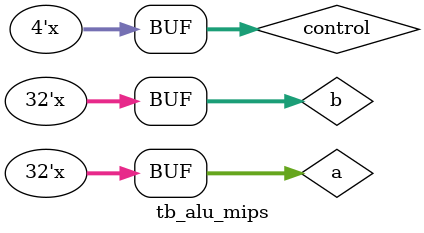
<source format=v>
`timescale 1ns/1ns

module tb_alu_mips();
reg [31:0] a, b;
reg [3:0] control;
wire [31:0] outalu;
wire zero;

alu_mips u0(a, b, control, outalu, zero);

initial
begin
control=0; a=0; b=0;
end

always #50
begin  
	control=control+1;
end

always #10
begin
	a=a+1;
end

always #15
begin
	b=b+1;
end

always #5
begin
	$display("a : %b", a);
	$display("b : %b", b);
	$display("outalu : %b", outalu);
	$display("zero : %b\n", zero);
end


endmodule


</source>
